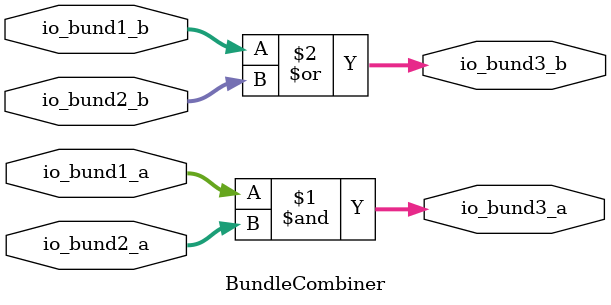
<source format=v>
module BundleCombiner(
  input  [7:0] io_bund1_a,
  input  [7:0] io_bund1_b,
  input  [7:0] io_bund2_a,
  input  [7:0] io_bund2_b,
  output [7:0] io_bund3_a,
  output [7:0] io_bund3_b
);
  assign io_bund3_a = io_bund1_a & io_bund2_a;
  assign io_bund3_b = io_bund1_b | io_bund2_b;
endmodule

</source>
